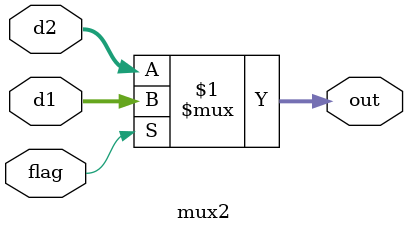
<source format=sv>
module mux2 #(parameter WIDTH = 8) (input  logic [WIDTH-1:0] d1, d2,
												input  logic             flag,
												output logic [WIDTH-1:0] out);
				  
		assign out = flag? d1 : d2;
		
endmodule
</source>
